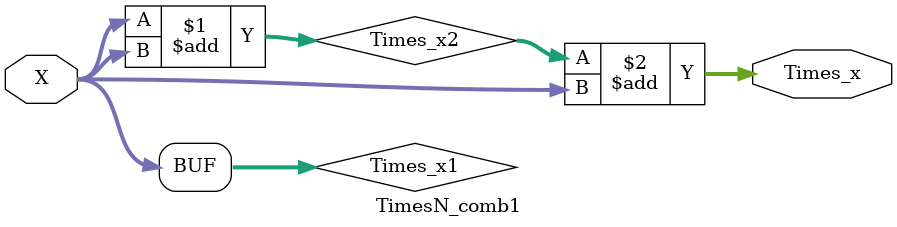
<source format=v>
module  TimesN_comb1(
   output    [7:0]   Times_x,
   input     [7:0]   X
);
   wire      [7:0]   Times_x1,Times_x2;
   assign  Times_x1  = X;
   assign  Times_x2  = Times_x1+X;
   assign  Times_x   = Times_x2+X;
endmodule

</source>
